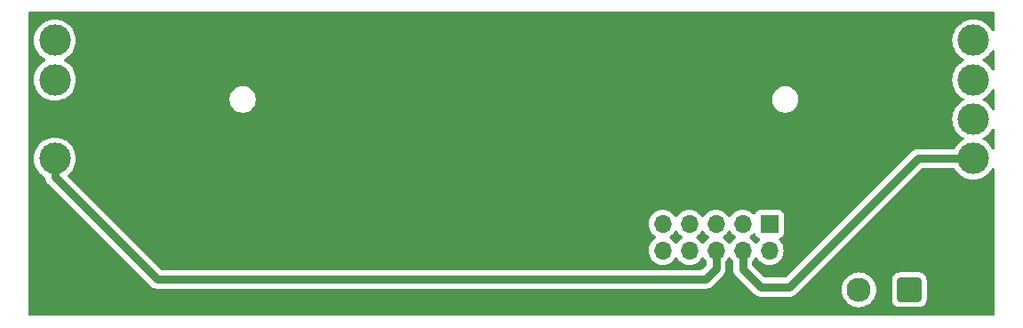
<source format=gbl>
G04 #@! TF.GenerationSoftware,KiCad,Pcbnew,8.0.4*
G04 #@! TF.CreationDate,2024-09-19T22:50:53+02:00*
G04 #@! TF.ProjectId,Fader_Breakout,46616465-725f-4427-9265-616b6f75742e,rev?*
G04 #@! TF.SameCoordinates,Original*
G04 #@! TF.FileFunction,Copper,L2,Bot*
G04 #@! TF.FilePolarity,Positive*
%FSLAX46Y46*%
G04 Gerber Fmt 4.6, Leading zero omitted, Abs format (unit mm)*
G04 Created by KiCad (PCBNEW 8.0.4) date 2024-09-19 22:50:53*
%MOMM*%
%LPD*%
G01*
G04 APERTURE LIST*
G04 Aperture macros list*
%AMRoundRect*
0 Rectangle with rounded corners*
0 $1 Rounding radius*
0 $2 $3 $4 $5 $6 $7 $8 $9 X,Y pos of 4 corners*
0 Add a 4 corners polygon primitive as box body*
4,1,4,$2,$3,$4,$5,$6,$7,$8,$9,$2,$3,0*
0 Add four circle primitives for the rounded corners*
1,1,$1+$1,$2,$3*
1,1,$1+$1,$4,$5*
1,1,$1+$1,$6,$7*
1,1,$1+$1,$8,$9*
0 Add four rect primitives between the rounded corners*
20,1,$1+$1,$2,$3,$4,$5,0*
20,1,$1+$1,$4,$5,$6,$7,0*
20,1,$1+$1,$6,$7,$8,$9,0*
20,1,$1+$1,$8,$9,$2,$3,0*%
G04 Aperture macros list end*
G04 #@! TA.AperFunction,ComponentPad*
%ADD10R,1.700000X1.700000*%
G04 #@! TD*
G04 #@! TA.AperFunction,ComponentPad*
%ADD11O,1.700000X1.700000*%
G04 #@! TD*
G04 #@! TA.AperFunction,ComponentPad*
%ADD12C,3.000000*%
G04 #@! TD*
G04 #@! TA.AperFunction,ComponentPad*
%ADD13RoundRect,0.250001X0.899999X0.899999X-0.899999X0.899999X-0.899999X-0.899999X0.899999X-0.899999X0*%
G04 #@! TD*
G04 #@! TA.AperFunction,ComponentPad*
%ADD14C,2.300000*%
G04 #@! TD*
G04 #@! TA.AperFunction,Conductor*
%ADD15C,0.800000*%
G04 #@! TD*
G04 APERTURE END LIST*
D10*
X175075000Y-98725000D03*
D11*
X175075000Y-101265000D03*
X172535000Y-98725000D03*
X172535000Y-101265000D03*
X169995000Y-98725000D03*
X169995000Y-101265000D03*
X167455000Y-98725000D03*
X167455000Y-101265000D03*
X164915000Y-98725000D03*
X164915000Y-101265000D03*
D12*
X194500000Y-85000000D03*
X194500000Y-88750000D03*
X194500000Y-81250000D03*
X194500000Y-92500000D03*
X107000000Y-81250000D03*
X107000000Y-92500000D03*
X107000000Y-85000000D03*
D13*
X188400000Y-105000000D03*
D14*
X183600000Y-105000000D03*
D15*
X194500000Y-92500000D02*
X189250000Y-92500000D01*
X172535000Y-103035000D02*
X172535000Y-101265000D01*
X189250000Y-92500000D02*
X177000000Y-104750000D01*
X177000000Y-104750000D02*
X174250000Y-104750000D01*
X174250000Y-104750000D02*
X172535000Y-103035000D01*
X169995000Y-103005000D02*
X169995000Y-101265000D01*
X116750000Y-104000000D02*
X169000000Y-104000000D01*
X169000000Y-104000000D02*
X169995000Y-103005000D01*
X107000000Y-92500000D02*
X107000000Y-94250000D01*
X107000000Y-94250000D02*
X116750000Y-104000000D01*
G04 #@! TA.AperFunction,NonConductor*
G36*
X196449811Y-82148989D02*
G01*
X196491682Y-82204923D01*
X196499500Y-82248256D01*
X196499500Y-84001743D01*
X196479815Y-84068782D01*
X196427011Y-84114537D01*
X196357853Y-84124481D01*
X196294297Y-84095456D01*
X196266668Y-84061170D01*
X196187229Y-83915690D01*
X196187224Y-83915682D01*
X196015745Y-83686612D01*
X196015729Y-83686594D01*
X195813405Y-83484270D01*
X195813387Y-83484254D01*
X195584317Y-83312775D01*
X195584309Y-83312770D01*
X195439745Y-83233832D01*
X195390340Y-83184427D01*
X195375488Y-83116154D01*
X195399905Y-83050689D01*
X195439745Y-83016168D01*
X195532627Y-82965449D01*
X195584315Y-82937226D01*
X195813395Y-82765739D01*
X196015739Y-82563395D01*
X196187226Y-82334315D01*
X196266668Y-82188829D01*
X196316073Y-82139424D01*
X196384346Y-82124572D01*
X196449811Y-82148989D01*
G37*
G04 #@! TD.AperFunction*
G04 #@! TA.AperFunction,NonConductor*
G36*
X196449811Y-85898989D02*
G01*
X196491682Y-85954923D01*
X196499500Y-85998256D01*
X196499500Y-87751743D01*
X196479815Y-87818782D01*
X196427011Y-87864537D01*
X196357853Y-87874481D01*
X196294297Y-87845456D01*
X196266668Y-87811170D01*
X196187229Y-87665690D01*
X196187224Y-87665682D01*
X196015745Y-87436612D01*
X196015729Y-87436594D01*
X195813405Y-87234270D01*
X195813387Y-87234254D01*
X195584317Y-87062775D01*
X195584309Y-87062770D01*
X195439745Y-86983832D01*
X195390340Y-86934427D01*
X195375488Y-86866154D01*
X195399905Y-86800689D01*
X195439745Y-86766168D01*
X195532627Y-86715449D01*
X195584315Y-86687226D01*
X195813395Y-86515739D01*
X196015739Y-86313395D01*
X196187226Y-86084315D01*
X196266668Y-85938829D01*
X196316073Y-85889424D01*
X196384346Y-85874572D01*
X196449811Y-85898989D01*
G37*
G04 #@! TD.AperFunction*
G04 #@! TA.AperFunction,NonConductor*
G36*
X196449811Y-89648989D02*
G01*
X196491682Y-89704923D01*
X196499500Y-89748256D01*
X196499500Y-91501743D01*
X196479815Y-91568782D01*
X196427011Y-91614537D01*
X196357853Y-91624481D01*
X196294297Y-91595456D01*
X196266668Y-91561170D01*
X196187229Y-91415690D01*
X196187224Y-91415682D01*
X196015745Y-91186612D01*
X196015729Y-91186594D01*
X195813405Y-90984270D01*
X195813387Y-90984254D01*
X195584317Y-90812775D01*
X195584309Y-90812770D01*
X195439745Y-90733832D01*
X195390340Y-90684427D01*
X195375488Y-90616154D01*
X195399905Y-90550689D01*
X195439745Y-90516168D01*
X195532627Y-90465449D01*
X195584315Y-90437226D01*
X195813395Y-90265739D01*
X196015739Y-90063395D01*
X196187226Y-89834315D01*
X196266668Y-89688829D01*
X196316073Y-89639424D01*
X196384346Y-89624572D01*
X196449811Y-89648989D01*
G37*
G04 #@! TD.AperFunction*
G04 #@! TA.AperFunction,NonConductor*
G36*
X173659340Y-99613068D02*
G01*
X173715274Y-99654939D01*
X173732189Y-99685917D01*
X173781202Y-99817328D01*
X173781206Y-99817335D01*
X173867452Y-99932544D01*
X173867455Y-99932547D01*
X173982664Y-100018793D01*
X173982671Y-100018797D01*
X174114081Y-100067810D01*
X174170015Y-100109681D01*
X174194432Y-100175145D01*
X174179580Y-100243418D01*
X174158430Y-100271673D01*
X174036503Y-100393600D01*
X173906575Y-100579158D01*
X173851998Y-100622783D01*
X173782500Y-100629977D01*
X173720145Y-100598454D01*
X173703425Y-100579158D01*
X173573494Y-100393597D01*
X173406402Y-100226506D01*
X173406396Y-100226501D01*
X173220842Y-100096575D01*
X173177217Y-100041998D01*
X173170023Y-99972500D01*
X173201546Y-99910145D01*
X173220842Y-99893425D01*
X173243026Y-99877891D01*
X173406401Y-99763495D01*
X173528329Y-99641566D01*
X173589648Y-99608084D01*
X173659340Y-99613068D01*
G37*
G04 #@! TD.AperFunction*
G04 #@! TA.AperFunction,NonConductor*
G36*
X171349855Y-99391546D02*
G01*
X171366575Y-99410842D01*
X171496501Y-99596396D01*
X171496506Y-99596402D01*
X171663597Y-99763493D01*
X171663603Y-99763498D01*
X171849158Y-99893425D01*
X171892783Y-99948002D01*
X171899977Y-100017500D01*
X171868454Y-100079855D01*
X171849158Y-100096575D01*
X171663597Y-100226505D01*
X171496505Y-100393597D01*
X171366575Y-100579158D01*
X171311998Y-100622783D01*
X171242500Y-100629977D01*
X171180145Y-100598454D01*
X171163425Y-100579158D01*
X171033494Y-100393597D01*
X170866402Y-100226506D01*
X170866396Y-100226501D01*
X170680842Y-100096575D01*
X170637217Y-100041998D01*
X170630023Y-99972500D01*
X170661546Y-99910145D01*
X170680842Y-99893425D01*
X170703026Y-99877891D01*
X170866401Y-99763495D01*
X171033495Y-99596401D01*
X171163425Y-99410842D01*
X171218002Y-99367217D01*
X171287500Y-99360023D01*
X171349855Y-99391546D01*
G37*
G04 #@! TD.AperFunction*
G04 #@! TA.AperFunction,NonConductor*
G36*
X168809855Y-99391546D02*
G01*
X168826575Y-99410842D01*
X168956501Y-99596396D01*
X168956506Y-99596402D01*
X169123597Y-99763493D01*
X169123603Y-99763498D01*
X169309158Y-99893425D01*
X169352783Y-99948002D01*
X169359977Y-100017500D01*
X169328454Y-100079855D01*
X169309158Y-100096575D01*
X169123597Y-100226505D01*
X168956505Y-100393597D01*
X168826575Y-100579158D01*
X168771998Y-100622783D01*
X168702500Y-100629977D01*
X168640145Y-100598454D01*
X168623425Y-100579158D01*
X168493494Y-100393597D01*
X168326402Y-100226506D01*
X168326396Y-100226501D01*
X168140842Y-100096575D01*
X168097217Y-100041998D01*
X168090023Y-99972500D01*
X168121546Y-99910145D01*
X168140842Y-99893425D01*
X168163026Y-99877891D01*
X168326401Y-99763495D01*
X168493495Y-99596401D01*
X168623425Y-99410842D01*
X168678002Y-99367217D01*
X168747500Y-99360023D01*
X168809855Y-99391546D01*
G37*
G04 #@! TD.AperFunction*
G04 #@! TA.AperFunction,NonConductor*
G36*
X166269855Y-99391546D02*
G01*
X166286575Y-99410842D01*
X166416501Y-99596396D01*
X166416506Y-99596402D01*
X166583597Y-99763493D01*
X166583603Y-99763498D01*
X166769158Y-99893425D01*
X166812783Y-99948002D01*
X166819977Y-100017500D01*
X166788454Y-100079855D01*
X166769158Y-100096575D01*
X166583597Y-100226505D01*
X166416505Y-100393597D01*
X166286575Y-100579158D01*
X166231998Y-100622783D01*
X166162500Y-100629977D01*
X166100145Y-100598454D01*
X166083425Y-100579158D01*
X165953494Y-100393597D01*
X165786402Y-100226506D01*
X165786396Y-100226501D01*
X165600842Y-100096575D01*
X165557217Y-100041998D01*
X165550023Y-99972500D01*
X165581546Y-99910145D01*
X165600842Y-99893425D01*
X165623026Y-99877891D01*
X165786401Y-99763495D01*
X165953495Y-99596401D01*
X166083425Y-99410842D01*
X166138002Y-99367217D01*
X166207500Y-99360023D01*
X166269855Y-99391546D01*
G37*
G04 #@! TD.AperFunction*
G04 #@! TA.AperFunction,NonConductor*
G36*
X196442539Y-78520185D02*
G01*
X196488294Y-78572989D01*
X196499500Y-78624500D01*
X196499500Y-80251743D01*
X196479815Y-80318782D01*
X196427011Y-80364537D01*
X196357853Y-80374481D01*
X196294297Y-80345456D01*
X196266668Y-80311170D01*
X196187229Y-80165690D01*
X196187224Y-80165682D01*
X196015745Y-79936612D01*
X196015729Y-79936594D01*
X195813405Y-79734270D01*
X195813387Y-79734254D01*
X195584317Y-79562775D01*
X195584309Y-79562770D01*
X195333166Y-79425635D01*
X195333167Y-79425635D01*
X195225915Y-79385632D01*
X195065046Y-79325631D01*
X195065043Y-79325630D01*
X195065037Y-79325628D01*
X194785433Y-79264804D01*
X194500001Y-79244390D01*
X194499999Y-79244390D01*
X194214566Y-79264804D01*
X193934962Y-79325628D01*
X193666833Y-79425635D01*
X193415690Y-79562770D01*
X193415682Y-79562775D01*
X193186612Y-79734254D01*
X193186594Y-79734270D01*
X192984270Y-79936594D01*
X192984254Y-79936612D01*
X192812775Y-80165682D01*
X192812770Y-80165690D01*
X192675635Y-80416833D01*
X192575628Y-80684962D01*
X192514804Y-80964566D01*
X192494390Y-81249998D01*
X192494390Y-81250001D01*
X192514804Y-81535433D01*
X192575628Y-81815037D01*
X192675635Y-82083166D01*
X192812770Y-82334309D01*
X192812775Y-82334317D01*
X192984254Y-82563387D01*
X192984270Y-82563405D01*
X193186594Y-82765729D01*
X193186612Y-82765745D01*
X193415682Y-82937224D01*
X193415690Y-82937229D01*
X193560254Y-83016168D01*
X193609659Y-83065574D01*
X193624511Y-83133847D01*
X193600094Y-83199311D01*
X193560254Y-83233832D01*
X193415690Y-83312770D01*
X193415682Y-83312775D01*
X193186612Y-83484254D01*
X193186594Y-83484270D01*
X192984270Y-83686594D01*
X192984254Y-83686612D01*
X192812775Y-83915682D01*
X192812770Y-83915690D01*
X192675635Y-84166833D01*
X192575628Y-84434962D01*
X192514804Y-84714566D01*
X192494390Y-84999998D01*
X192494390Y-85000001D01*
X192514804Y-85285433D01*
X192575628Y-85565037D01*
X192575630Y-85565043D01*
X192575631Y-85565046D01*
X192631978Y-85716117D01*
X192675635Y-85833166D01*
X192812770Y-86084309D01*
X192812775Y-86084317D01*
X192984254Y-86313387D01*
X192984270Y-86313405D01*
X193186594Y-86515729D01*
X193186612Y-86515745D01*
X193415682Y-86687224D01*
X193415690Y-86687229D01*
X193560254Y-86766168D01*
X193609659Y-86815574D01*
X193624511Y-86883847D01*
X193600094Y-86949311D01*
X193560254Y-86983832D01*
X193415690Y-87062770D01*
X193415682Y-87062775D01*
X193186612Y-87234254D01*
X193186594Y-87234270D01*
X192984270Y-87436594D01*
X192984254Y-87436612D01*
X192812775Y-87665682D01*
X192812770Y-87665690D01*
X192675635Y-87916833D01*
X192575628Y-88184962D01*
X192514804Y-88464566D01*
X192494390Y-88749998D01*
X192494390Y-88750001D01*
X192514804Y-89035433D01*
X192575628Y-89315037D01*
X192675635Y-89583166D01*
X192812770Y-89834309D01*
X192812775Y-89834317D01*
X192984254Y-90063387D01*
X192984270Y-90063405D01*
X193186594Y-90265729D01*
X193186612Y-90265745D01*
X193415682Y-90437224D01*
X193415690Y-90437229D01*
X193560254Y-90516168D01*
X193609659Y-90565574D01*
X193624511Y-90633847D01*
X193600094Y-90699311D01*
X193560254Y-90733832D01*
X193415690Y-90812770D01*
X193415682Y-90812775D01*
X193186612Y-90984254D01*
X193186594Y-90984270D01*
X192984270Y-91186594D01*
X192984254Y-91186612D01*
X192812775Y-91415682D01*
X192812770Y-91415689D01*
X192747663Y-91534927D01*
X192698258Y-91584332D01*
X192638831Y-91599500D01*
X189161303Y-91599500D01*
X188987341Y-91634103D01*
X188987333Y-91634105D01*
X188908308Y-91666839D01*
X188823449Y-91701988D01*
X188735040Y-91761063D01*
X188735039Y-91761064D01*
X188675961Y-91800537D01*
X188675960Y-91800538D01*
X176663319Y-103813181D01*
X176601996Y-103846666D01*
X176575638Y-103849500D01*
X174674361Y-103849500D01*
X174607322Y-103829815D01*
X174586680Y-103813181D01*
X173471819Y-102698319D01*
X173438334Y-102636996D01*
X173435500Y-102610638D01*
X173435500Y-102325758D01*
X173455185Y-102258719D01*
X173471819Y-102238077D01*
X173573495Y-102136401D01*
X173703425Y-101950842D01*
X173758002Y-101907217D01*
X173827500Y-101900023D01*
X173889855Y-101931546D01*
X173906575Y-101950842D01*
X174036500Y-102136395D01*
X174036505Y-102136401D01*
X174203599Y-102303495D01*
X174235394Y-102325758D01*
X174397165Y-102439032D01*
X174397167Y-102439033D01*
X174397170Y-102439035D01*
X174611337Y-102538903D01*
X174839592Y-102600063D01*
X175027918Y-102616539D01*
X175074999Y-102620659D01*
X175075000Y-102620659D01*
X175075001Y-102620659D01*
X175114234Y-102617226D01*
X175310408Y-102600063D01*
X175538663Y-102538903D01*
X175752830Y-102439035D01*
X175946401Y-102303495D01*
X176113495Y-102136401D01*
X176249035Y-101942830D01*
X176348903Y-101728663D01*
X176410063Y-101500408D01*
X176430659Y-101265000D01*
X176410063Y-101029592D01*
X176348903Y-100801337D01*
X176249035Y-100587171D01*
X176243424Y-100579158D01*
X176113496Y-100393600D01*
X176113493Y-100393597D01*
X175991567Y-100271671D01*
X175958084Y-100210351D01*
X175963068Y-100140659D01*
X176004939Y-100084725D01*
X176035915Y-100067810D01*
X176167331Y-100018796D01*
X176282546Y-99932546D01*
X176368796Y-99817331D01*
X176419091Y-99682483D01*
X176425500Y-99622873D01*
X176425499Y-97827128D01*
X176419091Y-97767517D01*
X176417810Y-97764083D01*
X176368797Y-97632671D01*
X176368793Y-97632664D01*
X176282547Y-97517455D01*
X176282544Y-97517452D01*
X176167335Y-97431206D01*
X176167328Y-97431202D01*
X176032482Y-97380908D01*
X176032483Y-97380908D01*
X175972883Y-97374501D01*
X175972881Y-97374500D01*
X175972873Y-97374500D01*
X175972864Y-97374500D01*
X174177129Y-97374500D01*
X174177123Y-97374501D01*
X174117516Y-97380908D01*
X173982671Y-97431202D01*
X173982664Y-97431206D01*
X173867455Y-97517452D01*
X173867452Y-97517455D01*
X173781206Y-97632664D01*
X173781203Y-97632669D01*
X173732189Y-97764083D01*
X173690317Y-97820016D01*
X173624853Y-97844433D01*
X173556580Y-97829581D01*
X173528326Y-97808430D01*
X173406402Y-97686506D01*
X173406395Y-97686501D01*
X173212834Y-97550967D01*
X173212830Y-97550965D01*
X173212828Y-97550964D01*
X172998663Y-97451097D01*
X172998659Y-97451096D01*
X172998655Y-97451094D01*
X172770413Y-97389938D01*
X172770403Y-97389936D01*
X172535001Y-97369341D01*
X172534999Y-97369341D01*
X172299596Y-97389936D01*
X172299586Y-97389938D01*
X172071344Y-97451094D01*
X172071335Y-97451098D01*
X171857171Y-97550964D01*
X171857169Y-97550965D01*
X171663597Y-97686505D01*
X171496505Y-97853597D01*
X171366575Y-98039158D01*
X171311998Y-98082783D01*
X171242500Y-98089977D01*
X171180145Y-98058454D01*
X171163425Y-98039158D01*
X171033494Y-97853597D01*
X170866402Y-97686506D01*
X170866395Y-97686501D01*
X170672834Y-97550967D01*
X170672830Y-97550965D01*
X170672828Y-97550964D01*
X170458663Y-97451097D01*
X170458659Y-97451096D01*
X170458655Y-97451094D01*
X170230413Y-97389938D01*
X170230403Y-97389936D01*
X169995001Y-97369341D01*
X169994999Y-97369341D01*
X169759596Y-97389936D01*
X169759586Y-97389938D01*
X169531344Y-97451094D01*
X169531335Y-97451098D01*
X169317171Y-97550964D01*
X169317169Y-97550965D01*
X169123597Y-97686505D01*
X168956505Y-97853597D01*
X168826575Y-98039158D01*
X168771998Y-98082783D01*
X168702500Y-98089977D01*
X168640145Y-98058454D01*
X168623425Y-98039158D01*
X168493494Y-97853597D01*
X168326402Y-97686506D01*
X168326395Y-97686501D01*
X168132834Y-97550967D01*
X168132830Y-97550965D01*
X168132828Y-97550964D01*
X167918663Y-97451097D01*
X167918659Y-97451096D01*
X167918655Y-97451094D01*
X167690413Y-97389938D01*
X167690403Y-97389936D01*
X167455001Y-97369341D01*
X167454999Y-97369341D01*
X167219596Y-97389936D01*
X167219586Y-97389938D01*
X166991344Y-97451094D01*
X166991335Y-97451098D01*
X166777171Y-97550964D01*
X166777169Y-97550965D01*
X166583597Y-97686505D01*
X166416505Y-97853597D01*
X166286575Y-98039158D01*
X166231998Y-98082783D01*
X166162500Y-98089977D01*
X166100145Y-98058454D01*
X166083425Y-98039158D01*
X165953494Y-97853597D01*
X165786402Y-97686506D01*
X165786395Y-97686501D01*
X165592834Y-97550967D01*
X165592830Y-97550965D01*
X165592828Y-97550964D01*
X165378663Y-97451097D01*
X165378659Y-97451096D01*
X165378655Y-97451094D01*
X165150413Y-97389938D01*
X165150403Y-97389936D01*
X164915001Y-97369341D01*
X164914999Y-97369341D01*
X164679596Y-97389936D01*
X164679586Y-97389938D01*
X164451344Y-97451094D01*
X164451335Y-97451098D01*
X164237171Y-97550964D01*
X164237169Y-97550965D01*
X164043597Y-97686505D01*
X163876505Y-97853597D01*
X163740965Y-98047169D01*
X163740964Y-98047171D01*
X163641098Y-98261335D01*
X163641094Y-98261344D01*
X163579938Y-98489586D01*
X163579936Y-98489596D01*
X163559341Y-98724999D01*
X163559341Y-98725000D01*
X163579936Y-98960403D01*
X163579938Y-98960413D01*
X163641094Y-99188655D01*
X163641096Y-99188659D01*
X163641097Y-99188663D01*
X163645000Y-99197032D01*
X163740965Y-99402830D01*
X163740967Y-99402834D01*
X163849281Y-99557521D01*
X163876501Y-99596396D01*
X163876506Y-99596402D01*
X164043597Y-99763493D01*
X164043603Y-99763498D01*
X164229158Y-99893425D01*
X164272783Y-99948002D01*
X164279977Y-100017500D01*
X164248454Y-100079855D01*
X164229158Y-100096575D01*
X164043597Y-100226505D01*
X163876505Y-100393597D01*
X163740965Y-100587169D01*
X163740964Y-100587171D01*
X163641098Y-100801335D01*
X163641094Y-100801344D01*
X163579938Y-101029586D01*
X163579936Y-101029596D01*
X163559341Y-101264999D01*
X163559341Y-101265000D01*
X163579936Y-101500403D01*
X163579938Y-101500413D01*
X163641094Y-101728655D01*
X163641096Y-101728659D01*
X163641097Y-101728663D01*
X163645000Y-101737032D01*
X163740965Y-101942830D01*
X163740967Y-101942834D01*
X163849281Y-102097521D01*
X163876505Y-102136401D01*
X164043599Y-102303495D01*
X164075394Y-102325758D01*
X164237165Y-102439032D01*
X164237167Y-102439033D01*
X164237170Y-102439035D01*
X164451337Y-102538903D01*
X164679592Y-102600063D01*
X164867918Y-102616539D01*
X164914999Y-102620659D01*
X164915000Y-102620659D01*
X164915001Y-102620659D01*
X164954234Y-102617226D01*
X165150408Y-102600063D01*
X165378663Y-102538903D01*
X165592830Y-102439035D01*
X165786401Y-102303495D01*
X165953495Y-102136401D01*
X166083425Y-101950842D01*
X166138002Y-101907217D01*
X166207500Y-101900023D01*
X166269855Y-101931546D01*
X166286575Y-101950842D01*
X166416500Y-102136395D01*
X166416505Y-102136401D01*
X166583599Y-102303495D01*
X166615394Y-102325758D01*
X166777165Y-102439032D01*
X166777167Y-102439033D01*
X166777170Y-102439035D01*
X166991337Y-102538903D01*
X167219592Y-102600063D01*
X167407918Y-102616539D01*
X167454999Y-102620659D01*
X167455000Y-102620659D01*
X167455001Y-102620659D01*
X167494234Y-102617226D01*
X167690408Y-102600063D01*
X167918663Y-102538903D01*
X168132830Y-102439035D01*
X168326401Y-102303495D01*
X168493495Y-102136401D01*
X168623425Y-101950842D01*
X168678002Y-101907217D01*
X168747500Y-101900023D01*
X168809855Y-101931546D01*
X168826575Y-101950842D01*
X168956501Y-102136396D01*
X168956506Y-102136402D01*
X169058181Y-102238077D01*
X169091666Y-102299400D01*
X169094500Y-102325758D01*
X169094500Y-102580638D01*
X169074815Y-102647677D01*
X169058181Y-102668319D01*
X168663319Y-103063181D01*
X168601996Y-103096666D01*
X168575638Y-103099500D01*
X117174361Y-103099500D01*
X117107322Y-103079815D01*
X117086680Y-103063181D01*
X108257797Y-94234297D01*
X108224312Y-94172974D01*
X108229296Y-94103282D01*
X108271166Y-94047350D01*
X108313395Y-94015739D01*
X108515739Y-93813395D01*
X108687226Y-93584315D01*
X108824367Y-93333161D01*
X108924369Y-93065046D01*
X108985196Y-92785428D01*
X109005610Y-92500000D01*
X108985196Y-92214572D01*
X108924369Y-91934954D01*
X108824367Y-91666839D01*
X108752337Y-91534927D01*
X108687229Y-91415690D01*
X108687224Y-91415682D01*
X108515745Y-91186612D01*
X108515729Y-91186594D01*
X108313405Y-90984270D01*
X108313387Y-90984254D01*
X108084317Y-90812775D01*
X108084309Y-90812770D01*
X107833166Y-90675635D01*
X107833167Y-90675635D01*
X107673692Y-90616154D01*
X107565046Y-90575631D01*
X107565043Y-90575630D01*
X107565037Y-90575628D01*
X107285433Y-90514804D01*
X107000001Y-90494390D01*
X106999999Y-90494390D01*
X106714566Y-90514804D01*
X106434962Y-90575628D01*
X106166833Y-90675635D01*
X105915690Y-90812770D01*
X105915682Y-90812775D01*
X105686612Y-90984254D01*
X105686594Y-90984270D01*
X105484270Y-91186594D01*
X105484254Y-91186612D01*
X105312775Y-91415682D01*
X105312770Y-91415690D01*
X105175635Y-91666833D01*
X105075628Y-91934962D01*
X105014804Y-92214566D01*
X104994390Y-92499998D01*
X104994390Y-92500001D01*
X105014804Y-92785433D01*
X105075628Y-93065037D01*
X105175635Y-93333166D01*
X105312770Y-93584309D01*
X105312775Y-93584317D01*
X105484254Y-93813387D01*
X105484270Y-93813405D01*
X105686594Y-94015729D01*
X105686612Y-94015745D01*
X105915682Y-94187224D01*
X105915685Y-94187226D01*
X106037217Y-94253587D01*
X106086622Y-94302991D01*
X106099407Y-94338228D01*
X106134103Y-94512658D01*
X106134105Y-94512666D01*
X106168046Y-94594606D01*
X106168046Y-94594607D01*
X106201984Y-94676542D01*
X106201985Y-94676544D01*
X106261063Y-94764960D01*
X106261064Y-94764961D01*
X106300534Y-94824034D01*
X106300535Y-94824035D01*
X106300536Y-94824036D01*
X116050536Y-104574035D01*
X116175962Y-104699461D01*
X116175966Y-104699465D01*
X116238141Y-104741009D01*
X116323453Y-104798013D01*
X116405393Y-104831953D01*
X116487334Y-104865895D01*
X116661303Y-104900499D01*
X116661307Y-104900500D01*
X116661308Y-104900500D01*
X169088693Y-104900500D01*
X169088694Y-104900499D01*
X169262666Y-104865895D01*
X169344606Y-104831953D01*
X169426547Y-104798013D01*
X169426549Y-104798011D01*
X169426552Y-104798010D01*
X169514955Y-104738939D01*
X169514955Y-104738938D01*
X169514959Y-104738936D01*
X169574036Y-104699464D01*
X170694463Y-103579036D01*
X170694464Y-103579035D01*
X170793013Y-103431547D01*
X170860894Y-103267666D01*
X170895500Y-103093691D01*
X170895500Y-102325758D01*
X170915185Y-102258719D01*
X170931819Y-102238077D01*
X171033495Y-102136401D01*
X171163425Y-101950842D01*
X171218002Y-101907217D01*
X171287500Y-101900023D01*
X171349855Y-101931546D01*
X171366575Y-101950842D01*
X171496501Y-102136396D01*
X171496506Y-102136402D01*
X171598181Y-102238077D01*
X171631666Y-102299400D01*
X171634500Y-102325758D01*
X171634500Y-103123696D01*
X171669103Y-103297659D01*
X171669105Y-103297665D01*
X171696905Y-103364779D01*
X171696904Y-103364779D01*
X171696905Y-103364780D01*
X171736984Y-103461542D01*
X171736985Y-103461544D01*
X171796063Y-103549960D01*
X171835537Y-103609038D01*
X171835540Y-103609041D01*
X173550536Y-105324035D01*
X173675962Y-105449461D01*
X173675966Y-105449465D01*
X173823446Y-105548009D01*
X173823459Y-105548016D01*
X173946363Y-105598923D01*
X173987334Y-105615894D01*
X174029935Y-105624368D01*
X174161305Y-105650500D01*
X174161308Y-105650500D01*
X177088693Y-105650500D01*
X177088694Y-105650499D01*
X177262666Y-105615895D01*
X177344606Y-105581953D01*
X177426547Y-105548013D01*
X177426549Y-105548011D01*
X177426552Y-105548010D01*
X177514955Y-105488939D01*
X177514955Y-105488938D01*
X177514959Y-105488936D01*
X177574036Y-105449464D01*
X178023500Y-105000000D01*
X181944396Y-105000000D01*
X181964778Y-105258990D01*
X182025427Y-105511610D01*
X182124843Y-105751623D01*
X182124845Y-105751627D01*
X182124846Y-105751628D01*
X182260588Y-105973140D01*
X182429311Y-106170689D01*
X182626860Y-106339412D01*
X182848372Y-106475154D01*
X182848374Y-106475154D01*
X182848376Y-106475156D01*
X182890756Y-106492710D01*
X183088390Y-106574573D01*
X183341006Y-106635221D01*
X183600000Y-106655604D01*
X183858994Y-106635221D01*
X184111610Y-106574573D01*
X184351628Y-106475154D01*
X184573140Y-106339412D01*
X184770689Y-106170689D01*
X184939412Y-105973140D01*
X185075154Y-105751628D01*
X185174573Y-105511610D01*
X185235221Y-105258994D01*
X185255604Y-105000000D01*
X185235221Y-104741006D01*
X185174573Y-104488390D01*
X185075154Y-104248372D01*
X184953582Y-104049984D01*
X186749500Y-104049984D01*
X186749500Y-105950015D01*
X186760000Y-106052795D01*
X186760001Y-106052796D01*
X186815186Y-106219335D01*
X186815187Y-106219337D01*
X186907286Y-106368651D01*
X186907289Y-106368655D01*
X187031344Y-106492710D01*
X187031348Y-106492713D01*
X187180662Y-106584812D01*
X187180664Y-106584813D01*
X187180666Y-106584814D01*
X187347203Y-106639999D01*
X187449992Y-106650500D01*
X187449997Y-106650500D01*
X189350003Y-106650500D01*
X189350008Y-106650500D01*
X189452797Y-106639999D01*
X189619334Y-106584814D01*
X189768655Y-106492711D01*
X189892711Y-106368655D01*
X189984814Y-106219334D01*
X190039999Y-106052797D01*
X190050500Y-105950008D01*
X190050500Y-104049992D01*
X190039999Y-103947203D01*
X189984814Y-103780666D01*
X189910748Y-103660588D01*
X189892713Y-103631348D01*
X189892710Y-103631344D01*
X189768655Y-103507289D01*
X189768651Y-103507286D01*
X189619337Y-103415187D01*
X189619335Y-103415186D01*
X189536065Y-103387593D01*
X189452797Y-103360001D01*
X189452795Y-103360000D01*
X189350015Y-103349500D01*
X189350008Y-103349500D01*
X187449992Y-103349500D01*
X187449984Y-103349500D01*
X187347204Y-103360000D01*
X187347203Y-103360001D01*
X187180664Y-103415186D01*
X187180662Y-103415187D01*
X187031348Y-103507286D01*
X187031344Y-103507289D01*
X186907289Y-103631344D01*
X186907286Y-103631348D01*
X186815187Y-103780662D01*
X186815186Y-103780664D01*
X186760001Y-103947203D01*
X186760000Y-103947204D01*
X186749500Y-104049984D01*
X184953582Y-104049984D01*
X184939412Y-104026860D01*
X184770689Y-103829311D01*
X184573140Y-103660588D01*
X184351628Y-103524846D01*
X184351627Y-103524845D01*
X184351623Y-103524843D01*
X184126399Y-103431553D01*
X184111610Y-103425427D01*
X184111611Y-103425427D01*
X183973921Y-103392370D01*
X183858994Y-103364779D01*
X183858992Y-103364778D01*
X183858991Y-103364778D01*
X183600000Y-103344396D01*
X183341009Y-103364778D01*
X183088389Y-103425427D01*
X182848376Y-103524843D01*
X182626859Y-103660588D01*
X182429311Y-103829311D01*
X182260588Y-104026859D01*
X182124843Y-104248376D01*
X182025427Y-104488389D01*
X181964778Y-104741009D01*
X181944396Y-105000000D01*
X178023500Y-105000000D01*
X189586681Y-93436819D01*
X189648004Y-93403334D01*
X189674362Y-93400500D01*
X192638831Y-93400500D01*
X192705870Y-93420185D01*
X192747663Y-93465073D01*
X192812770Y-93584310D01*
X192812775Y-93584317D01*
X192984254Y-93813387D01*
X192984270Y-93813405D01*
X193186594Y-94015729D01*
X193186612Y-94015745D01*
X193415682Y-94187224D01*
X193415690Y-94187229D01*
X193666833Y-94324364D01*
X193666832Y-94324364D01*
X193666836Y-94324365D01*
X193666839Y-94324367D01*
X193934954Y-94424369D01*
X193934960Y-94424370D01*
X193934962Y-94424371D01*
X194214566Y-94485195D01*
X194214568Y-94485195D01*
X194214572Y-94485196D01*
X194468220Y-94503337D01*
X194499999Y-94505610D01*
X194500000Y-94505610D01*
X194500001Y-94505610D01*
X194528595Y-94503564D01*
X194785428Y-94485196D01*
X195065046Y-94424369D01*
X195333161Y-94324367D01*
X195584315Y-94187226D01*
X195813395Y-94015739D01*
X196015739Y-93813395D01*
X196187226Y-93584315D01*
X196234218Y-93498256D01*
X196266668Y-93438829D01*
X196316073Y-93389424D01*
X196384346Y-93374572D01*
X196449811Y-93398989D01*
X196491682Y-93454923D01*
X196499500Y-93498256D01*
X196499500Y-107375500D01*
X196479815Y-107442539D01*
X196427011Y-107488294D01*
X196375500Y-107499500D01*
X104624500Y-107499500D01*
X104557461Y-107479815D01*
X104511706Y-107427011D01*
X104500500Y-107375500D01*
X104500500Y-81249998D01*
X104994390Y-81249998D01*
X104994390Y-81250001D01*
X105014804Y-81535433D01*
X105075628Y-81815037D01*
X105175635Y-82083166D01*
X105312770Y-82334309D01*
X105312775Y-82334317D01*
X105484254Y-82563387D01*
X105484270Y-82563405D01*
X105686594Y-82765729D01*
X105686612Y-82765745D01*
X105915682Y-82937224D01*
X105915690Y-82937229D01*
X106060254Y-83016168D01*
X106109659Y-83065574D01*
X106124511Y-83133847D01*
X106100094Y-83199311D01*
X106060254Y-83233832D01*
X105915690Y-83312770D01*
X105915682Y-83312775D01*
X105686612Y-83484254D01*
X105686594Y-83484270D01*
X105484270Y-83686594D01*
X105484254Y-83686612D01*
X105312775Y-83915682D01*
X105312770Y-83915690D01*
X105175635Y-84166833D01*
X105075628Y-84434962D01*
X105014804Y-84714566D01*
X104994390Y-84999998D01*
X104994390Y-85000001D01*
X105014804Y-85285433D01*
X105075628Y-85565037D01*
X105075630Y-85565043D01*
X105075631Y-85565046D01*
X105131978Y-85716117D01*
X105175635Y-85833166D01*
X105312770Y-86084309D01*
X105312775Y-86084317D01*
X105484254Y-86313387D01*
X105484270Y-86313405D01*
X105686594Y-86515729D01*
X105686612Y-86515745D01*
X105915682Y-86687224D01*
X105915690Y-86687229D01*
X106166833Y-86824364D01*
X106166832Y-86824364D01*
X106166836Y-86824365D01*
X106166839Y-86824367D01*
X106434954Y-86924369D01*
X106434960Y-86924370D01*
X106434962Y-86924371D01*
X106714566Y-86985195D01*
X106714568Y-86985195D01*
X106714572Y-86985196D01*
X106968220Y-87003337D01*
X106999999Y-87005610D01*
X107000000Y-87005610D01*
X107000001Y-87005610D01*
X107028595Y-87003564D01*
X107285428Y-86985196D01*
X107291699Y-86983832D01*
X107565037Y-86924371D01*
X107565037Y-86924370D01*
X107565046Y-86924369D01*
X107833161Y-86824367D01*
X107920682Y-86776577D01*
X123649500Y-86776577D01*
X123649500Y-86973422D01*
X123680290Y-87167826D01*
X123741117Y-87355029D01*
X123782686Y-87436612D01*
X123830476Y-87530405D01*
X123946172Y-87689646D01*
X124085354Y-87828828D01*
X124244595Y-87944524D01*
X124327455Y-87986743D01*
X124419970Y-88033882D01*
X124419972Y-88033882D01*
X124419975Y-88033884D01*
X124520317Y-88066487D01*
X124607173Y-88094709D01*
X124801578Y-88125500D01*
X124801583Y-88125500D01*
X124998422Y-88125500D01*
X125192826Y-88094709D01*
X125380025Y-88033884D01*
X125555405Y-87944524D01*
X125714646Y-87828828D01*
X125853828Y-87689646D01*
X125969524Y-87530405D01*
X126058884Y-87355025D01*
X126119709Y-87167826D01*
X126150500Y-86973422D01*
X126150500Y-86776577D01*
X175349500Y-86776577D01*
X175349500Y-86973422D01*
X175380290Y-87167826D01*
X175441117Y-87355029D01*
X175482686Y-87436612D01*
X175530476Y-87530405D01*
X175646172Y-87689646D01*
X175785354Y-87828828D01*
X175944595Y-87944524D01*
X176027455Y-87986743D01*
X176119970Y-88033882D01*
X176119972Y-88033882D01*
X176119975Y-88033884D01*
X176220317Y-88066487D01*
X176307173Y-88094709D01*
X176501578Y-88125500D01*
X176501583Y-88125500D01*
X176698422Y-88125500D01*
X176892826Y-88094709D01*
X177080025Y-88033884D01*
X177255405Y-87944524D01*
X177414646Y-87828828D01*
X177553828Y-87689646D01*
X177669524Y-87530405D01*
X177758884Y-87355025D01*
X177819709Y-87167826D01*
X177850500Y-86973422D01*
X177850500Y-86776577D01*
X177819709Y-86582173D01*
X177758882Y-86394970D01*
X177669523Y-86219594D01*
X177553828Y-86060354D01*
X177414646Y-85921172D01*
X177255405Y-85805476D01*
X177080029Y-85716117D01*
X176892826Y-85655290D01*
X176698422Y-85624500D01*
X176698417Y-85624500D01*
X176501583Y-85624500D01*
X176501578Y-85624500D01*
X176307173Y-85655290D01*
X176119970Y-85716117D01*
X175944594Y-85805476D01*
X175906483Y-85833166D01*
X175785354Y-85921172D01*
X175785352Y-85921174D01*
X175785351Y-85921174D01*
X175646174Y-86060351D01*
X175646174Y-86060352D01*
X175646172Y-86060354D01*
X175628762Y-86084317D01*
X175530476Y-86219594D01*
X175441117Y-86394970D01*
X175380290Y-86582173D01*
X175349500Y-86776577D01*
X126150500Y-86776577D01*
X126119709Y-86582173D01*
X126058882Y-86394970D01*
X125969523Y-86219594D01*
X125853828Y-86060354D01*
X125714646Y-85921172D01*
X125555405Y-85805476D01*
X125380029Y-85716117D01*
X125192826Y-85655290D01*
X124998422Y-85624500D01*
X124998417Y-85624500D01*
X124801583Y-85624500D01*
X124801578Y-85624500D01*
X124607173Y-85655290D01*
X124419970Y-85716117D01*
X124244594Y-85805476D01*
X124206483Y-85833166D01*
X124085354Y-85921172D01*
X124085352Y-85921174D01*
X124085351Y-85921174D01*
X123946174Y-86060351D01*
X123946174Y-86060352D01*
X123946172Y-86060354D01*
X123928762Y-86084317D01*
X123830476Y-86219594D01*
X123741117Y-86394970D01*
X123680290Y-86582173D01*
X123649500Y-86776577D01*
X107920682Y-86776577D01*
X108084315Y-86687226D01*
X108313395Y-86515739D01*
X108515739Y-86313395D01*
X108687226Y-86084315D01*
X108824367Y-85833161D01*
X108924369Y-85565046D01*
X108985196Y-85285428D01*
X109005610Y-85000000D01*
X108985196Y-84714572D01*
X108924369Y-84434954D01*
X108824367Y-84166839D01*
X108734217Y-84001743D01*
X108687229Y-83915690D01*
X108687224Y-83915682D01*
X108515745Y-83686612D01*
X108515729Y-83686594D01*
X108313405Y-83484270D01*
X108313387Y-83484254D01*
X108084317Y-83312775D01*
X108084309Y-83312770D01*
X107939745Y-83233832D01*
X107890340Y-83184427D01*
X107875488Y-83116154D01*
X107899905Y-83050689D01*
X107939745Y-83016168D01*
X108032627Y-82965449D01*
X108084315Y-82937226D01*
X108313395Y-82765739D01*
X108515739Y-82563395D01*
X108687226Y-82334315D01*
X108824367Y-82083161D01*
X108924369Y-81815046D01*
X108985196Y-81535428D01*
X109005610Y-81250000D01*
X108985196Y-80964572D01*
X108924369Y-80684954D01*
X108824367Y-80416839D01*
X108734217Y-80251743D01*
X108687229Y-80165690D01*
X108687224Y-80165682D01*
X108515745Y-79936612D01*
X108515729Y-79936594D01*
X108313405Y-79734270D01*
X108313387Y-79734254D01*
X108084317Y-79562775D01*
X108084309Y-79562770D01*
X107833166Y-79425635D01*
X107833167Y-79425635D01*
X107725915Y-79385632D01*
X107565046Y-79325631D01*
X107565043Y-79325630D01*
X107565037Y-79325628D01*
X107285433Y-79264804D01*
X107000001Y-79244390D01*
X106999999Y-79244390D01*
X106714566Y-79264804D01*
X106434962Y-79325628D01*
X106166833Y-79425635D01*
X105915690Y-79562770D01*
X105915682Y-79562775D01*
X105686612Y-79734254D01*
X105686594Y-79734270D01*
X105484270Y-79936594D01*
X105484254Y-79936612D01*
X105312775Y-80165682D01*
X105312770Y-80165690D01*
X105175635Y-80416833D01*
X105075628Y-80684962D01*
X105014804Y-80964566D01*
X104994390Y-81249998D01*
X104500500Y-81249998D01*
X104500500Y-78624500D01*
X104520185Y-78557461D01*
X104572989Y-78511706D01*
X104624500Y-78500500D01*
X196375500Y-78500500D01*
X196442539Y-78520185D01*
G37*
G04 #@! TD.AperFunction*
M02*

</source>
